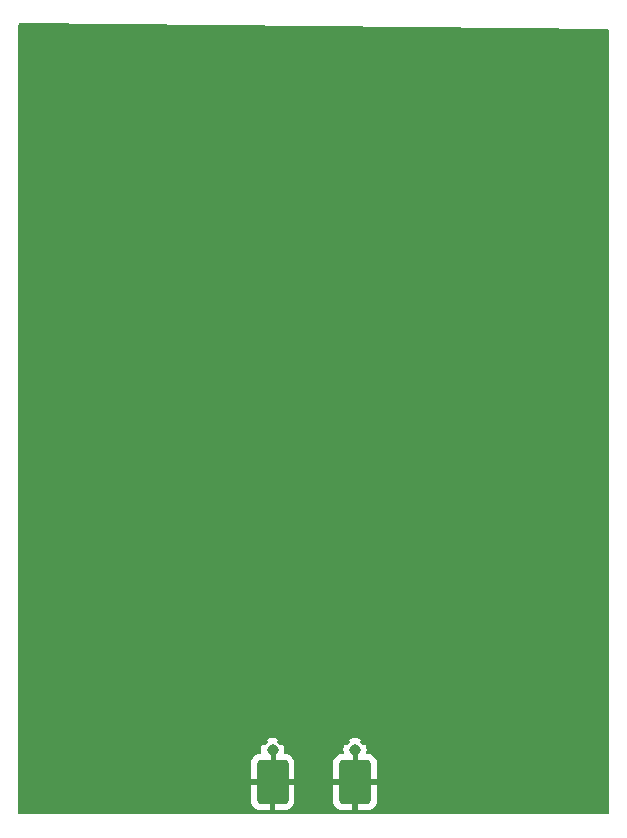
<source format=gbr>
%TF.GenerationSoftware,KiCad,Pcbnew,8.0.5*%
%TF.CreationDate,2025-03-27T12:09:55+00:00*%
%TF.ProjectId,pcb_antenna,7063625f-616e-4746-956e-6e612e6b6963,rev?*%
%TF.SameCoordinates,Original*%
%TF.FileFunction,Copper,L2,Bot*%
%TF.FilePolarity,Positive*%
%FSLAX46Y46*%
G04 Gerber Fmt 4.6, Leading zero omitted, Abs format (unit mm)*
G04 Created by KiCad (PCBNEW 8.0.5) date 2025-03-27 12:09:55*
%MOMM*%
%LPD*%
G01*
G04 APERTURE LIST*
G04 Aperture macros list*
%AMRoundRect*
0 Rectangle with rounded corners*
0 $1 Rounding radius*
0 $2 $3 $4 $5 $6 $7 $8 $9 X,Y pos of 4 corners*
0 Add a 4 corners polygon primitive as box body*
4,1,4,$2,$3,$4,$5,$6,$7,$8,$9,$2,$3,0*
0 Add four circle primitives for the rounded corners*
1,1,$1+$1,$2,$3*
1,1,$1+$1,$4,$5*
1,1,$1+$1,$6,$7*
1,1,$1+$1,$8,$9*
0 Add four rect primitives between the rounded corners*
20,1,$1+$1,$2,$3,$4,$5,0*
20,1,$1+$1,$4,$5,$6,$7,0*
20,1,$1+$1,$6,$7,$8,$9,0*
20,1,$1+$1,$8,$9,$2,$3,0*%
G04 Aperture macros list end*
%TA.AperFunction,EtchedComponent*%
%ADD10C,0.460000*%
%TD*%
%TA.AperFunction,ComponentPad*%
%ADD11C,0.970000*%
%TD*%
%TA.AperFunction,SMDPad,CuDef*%
%ADD12RoundRect,0.250000X-1.082500X1.595000X-1.082500X-1.595000X1.082500X-1.595000X1.082500X1.595000X0*%
%TD*%
%TA.AperFunction,ViaPad*%
%ADD13C,0.600000*%
%TD*%
G04 APERTURE END LIST*
D10*
%TO.C,J1*%
X103492500Y-161750000D02*
X103492500Y-159015000D01*
X96507500Y-161750000D02*
X96507500Y-159015000D01*
%TD*%
D11*
%TO.P,J1,2,Ext*%
%TO.N,GND*%
X103492500Y-159015000D03*
X96507500Y-159015000D03*
D12*
X103492500Y-161750000D03*
X96507500Y-161750000D03*
%TD*%
D13*
%TO.N,GND*%
X89500000Y-105000000D03*
X89500000Y-102500000D03*
X89500000Y-100000000D03*
%TD*%
%TA.AperFunction,Conductor*%
%TO.N,GND*%
G36*
X124877241Y-97998772D02*
G01*
X124944079Y-98019126D01*
X124989304Y-98072385D01*
X125000000Y-98122766D01*
X125000000Y-164375500D01*
X124980315Y-164442539D01*
X124927511Y-164488294D01*
X124876000Y-164499500D01*
X75124000Y-164499500D01*
X75056961Y-164479815D01*
X75011206Y-164427011D01*
X75000000Y-164375500D01*
X75000000Y-160105013D01*
X94675000Y-160105013D01*
X94675000Y-161500000D01*
X95653000Y-161500000D01*
X95720039Y-161519685D01*
X95765794Y-161572489D01*
X95777000Y-161624000D01*
X95777000Y-161821946D01*
X95782940Y-161851810D01*
X95776712Y-161921401D01*
X95733848Y-161976578D01*
X95667958Y-161999822D01*
X95661322Y-162000000D01*
X94675001Y-162000000D01*
X94675001Y-163394986D01*
X94685494Y-163497697D01*
X94740641Y-163664119D01*
X94740643Y-163664124D01*
X94832684Y-163813345D01*
X94956654Y-163937315D01*
X95105875Y-164029356D01*
X95105880Y-164029358D01*
X95272302Y-164084505D01*
X95272309Y-164084506D01*
X95375019Y-164094999D01*
X96257499Y-164094999D01*
X96257500Y-164094998D01*
X96257500Y-162596177D01*
X96277185Y-162529138D01*
X96329989Y-162483383D01*
X96399147Y-162473439D01*
X96405657Y-162474553D01*
X96435552Y-162480500D01*
X96435553Y-162480500D01*
X96579447Y-162480500D01*
X96579448Y-162480500D01*
X96609309Y-162474560D01*
X96678898Y-162480786D01*
X96734076Y-162523648D01*
X96757322Y-162589537D01*
X96757500Y-162596177D01*
X96757500Y-164094999D01*
X97639972Y-164094999D01*
X97639986Y-164094998D01*
X97742697Y-164084505D01*
X97909119Y-164029358D01*
X97909124Y-164029356D01*
X98058345Y-163937315D01*
X98182315Y-163813345D01*
X98274356Y-163664124D01*
X98274358Y-163664119D01*
X98329505Y-163497697D01*
X98329506Y-163497690D01*
X98339999Y-163394986D01*
X98340000Y-163394973D01*
X98340000Y-162000000D01*
X97353678Y-162000000D01*
X97286639Y-161980315D01*
X97240884Y-161927511D01*
X97230940Y-161858353D01*
X97232060Y-161851810D01*
X97238000Y-161821946D01*
X97238000Y-161624000D01*
X97257685Y-161556961D01*
X97310489Y-161511206D01*
X97362000Y-161500000D01*
X98339999Y-161500000D01*
X98339999Y-160105028D01*
X98339998Y-160105013D01*
X101660000Y-160105013D01*
X101660000Y-161500000D01*
X102638000Y-161500000D01*
X102705039Y-161519685D01*
X102750794Y-161572489D01*
X102762000Y-161624000D01*
X102762000Y-161821946D01*
X102767940Y-161851810D01*
X102761712Y-161921401D01*
X102718848Y-161976578D01*
X102652958Y-161999822D01*
X102646322Y-162000000D01*
X101660001Y-162000000D01*
X101660001Y-163394986D01*
X101670494Y-163497697D01*
X101725641Y-163664119D01*
X101725643Y-163664124D01*
X101817684Y-163813345D01*
X101941654Y-163937315D01*
X102090875Y-164029356D01*
X102090880Y-164029358D01*
X102257302Y-164084505D01*
X102257309Y-164084506D01*
X102360019Y-164094999D01*
X103242499Y-164094999D01*
X103242500Y-164094998D01*
X103242500Y-162596177D01*
X103262185Y-162529138D01*
X103314989Y-162483383D01*
X103384147Y-162473439D01*
X103390657Y-162474553D01*
X103420552Y-162480500D01*
X103420553Y-162480500D01*
X103564447Y-162480500D01*
X103564448Y-162480500D01*
X103594309Y-162474560D01*
X103663898Y-162480786D01*
X103719076Y-162523648D01*
X103742322Y-162589537D01*
X103742500Y-162596177D01*
X103742500Y-164094999D01*
X104624972Y-164094999D01*
X104624986Y-164094998D01*
X104727697Y-164084505D01*
X104894119Y-164029358D01*
X104894124Y-164029356D01*
X105043345Y-163937315D01*
X105167315Y-163813345D01*
X105259356Y-163664124D01*
X105259358Y-163664119D01*
X105314505Y-163497697D01*
X105314506Y-163497690D01*
X105324999Y-163394986D01*
X105325000Y-163394973D01*
X105325000Y-162000000D01*
X104338678Y-162000000D01*
X104271639Y-161980315D01*
X104225884Y-161927511D01*
X104215940Y-161858353D01*
X104217060Y-161851810D01*
X104223000Y-161821946D01*
X104223000Y-161624000D01*
X104242685Y-161556961D01*
X104295489Y-161511206D01*
X104347000Y-161500000D01*
X105324999Y-161500000D01*
X105324999Y-160105028D01*
X105324998Y-160105013D01*
X105314505Y-160002302D01*
X105259358Y-159835880D01*
X105259356Y-159835875D01*
X105167315Y-159686654D01*
X105043345Y-159562684D01*
X104894124Y-159470643D01*
X104894119Y-159470641D01*
X104727697Y-159415494D01*
X104727690Y-159415493D01*
X104624986Y-159405000D01*
X104570712Y-159405000D01*
X104503673Y-159385315D01*
X104457918Y-159332511D01*
X104447974Y-159263353D01*
X104452051Y-159245005D01*
X104463248Y-159208092D01*
X104482265Y-159015000D01*
X104463248Y-158821907D01*
X104406923Y-158636230D01*
X104343492Y-158517560D01*
X104267614Y-158593438D01*
X104206291Y-158626922D01*
X104136599Y-158621938D01*
X104080666Y-158580066D01*
X104076830Y-158574645D01*
X104059918Y-158549334D01*
X104059914Y-158549329D01*
X103958170Y-158447585D01*
X103958166Y-158447582D01*
X103932851Y-158430667D01*
X103888046Y-158377055D01*
X103879339Y-158307730D01*
X103909493Y-158244702D01*
X103914061Y-158239883D01*
X103989938Y-158164006D01*
X103871269Y-158100576D01*
X103685592Y-158044251D01*
X103492500Y-158025234D01*
X103299407Y-158044251D01*
X103113730Y-158100576D01*
X102995060Y-158164007D01*
X103070937Y-158239884D01*
X103104422Y-158301207D01*
X103099438Y-158370899D01*
X103057566Y-158426832D01*
X103052150Y-158430665D01*
X103026834Y-158447581D01*
X103026829Y-158447585D01*
X102925085Y-158549329D01*
X102925081Y-158549334D01*
X102908165Y-158574650D01*
X102854551Y-158619453D01*
X102785226Y-158628159D01*
X102722200Y-158598002D01*
X102717384Y-158593437D01*
X102641507Y-158517560D01*
X102578076Y-158636230D01*
X102521751Y-158821907D01*
X102502734Y-159015000D01*
X102521751Y-159208092D01*
X102532949Y-159245005D01*
X102533572Y-159314872D01*
X102496324Y-159373985D01*
X102433030Y-159403575D01*
X102414290Y-159405000D01*
X102360029Y-159405000D01*
X102360012Y-159405001D01*
X102257302Y-159415494D01*
X102090880Y-159470641D01*
X102090875Y-159470643D01*
X101941654Y-159562684D01*
X101817684Y-159686654D01*
X101725643Y-159835875D01*
X101725641Y-159835880D01*
X101670494Y-160002302D01*
X101670493Y-160002309D01*
X101660000Y-160105013D01*
X98339998Y-160105013D01*
X98329505Y-160002302D01*
X98274358Y-159835880D01*
X98274356Y-159835875D01*
X98182315Y-159686654D01*
X98058345Y-159562684D01*
X97909124Y-159470643D01*
X97909119Y-159470641D01*
X97742697Y-159415494D01*
X97742690Y-159415493D01*
X97639986Y-159405000D01*
X97585712Y-159405000D01*
X97518673Y-159385315D01*
X97472918Y-159332511D01*
X97462974Y-159263353D01*
X97467051Y-159245005D01*
X97478248Y-159208092D01*
X97497265Y-159015000D01*
X97478248Y-158821907D01*
X97421923Y-158636230D01*
X97358492Y-158517560D01*
X97282614Y-158593438D01*
X97221291Y-158626922D01*
X97151599Y-158621938D01*
X97095666Y-158580066D01*
X97091830Y-158574645D01*
X97074918Y-158549334D01*
X97074914Y-158549329D01*
X96973170Y-158447585D01*
X96973166Y-158447582D01*
X96947851Y-158430667D01*
X96903046Y-158377055D01*
X96894339Y-158307730D01*
X96924493Y-158244702D01*
X96929061Y-158239883D01*
X97004938Y-158164006D01*
X96886269Y-158100576D01*
X96700592Y-158044251D01*
X96507500Y-158025234D01*
X96314407Y-158044251D01*
X96128730Y-158100576D01*
X96010060Y-158164007D01*
X96085937Y-158239884D01*
X96119422Y-158301207D01*
X96114438Y-158370899D01*
X96072566Y-158426832D01*
X96067150Y-158430665D01*
X96041834Y-158447581D01*
X96041829Y-158447585D01*
X95940085Y-158549329D01*
X95940081Y-158549334D01*
X95923165Y-158574650D01*
X95869551Y-158619453D01*
X95800226Y-158628159D01*
X95737200Y-158598002D01*
X95732384Y-158593437D01*
X95656507Y-158517560D01*
X95593076Y-158636230D01*
X95536751Y-158821907D01*
X95517734Y-159015000D01*
X95536751Y-159208092D01*
X95547949Y-159245005D01*
X95548572Y-159314872D01*
X95511324Y-159373985D01*
X95448030Y-159403575D01*
X95429290Y-159405000D01*
X95375029Y-159405000D01*
X95375012Y-159405001D01*
X95272302Y-159415494D01*
X95105880Y-159470641D01*
X95105875Y-159470643D01*
X94956654Y-159562684D01*
X94832684Y-159686654D01*
X94740643Y-159835875D01*
X94740641Y-159835880D01*
X94685494Y-160002302D01*
X94685493Y-160002309D01*
X94675000Y-160105013D01*
X75000000Y-160105013D01*
X75000000Y-97625246D01*
X75019685Y-97558207D01*
X75072489Y-97512452D01*
X75125238Y-97501252D01*
X124877241Y-97998772D01*
G37*
%TD.AperFunction*%
%TD*%
M02*

</source>
